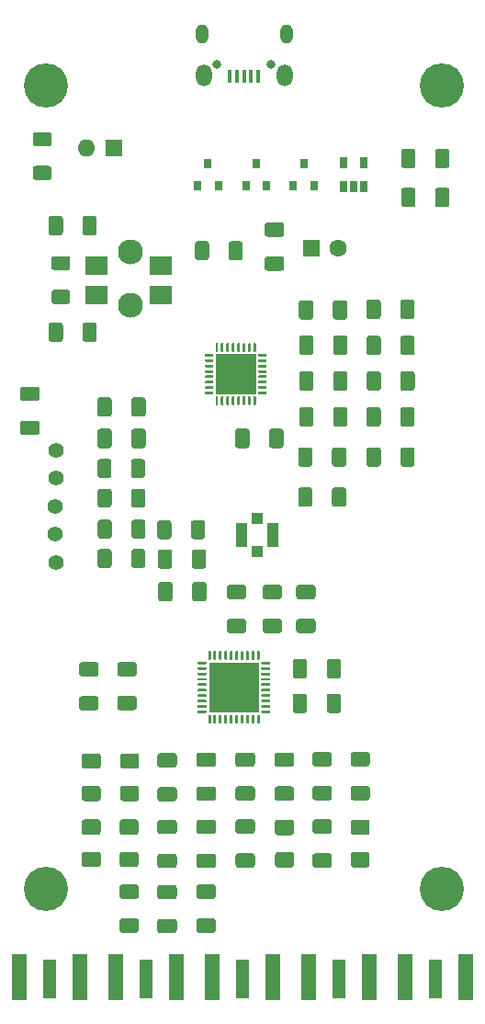
<source format=gbr>
%TF.GenerationSoftware,KiCad,Pcbnew,5.1.8*%
%TF.CreationDate,2020-12-04T12:35:24+08:00*%
%TF.ProjectId,msisdr,6d736973-6472-42e6-9b69-6361645f7063,rev?*%
%TF.SameCoordinates,Original*%
%TF.FileFunction,Soldermask,Top*%
%TF.FilePolarity,Negative*%
%FSLAX46Y46*%
G04 Gerber Fmt 4.6, Leading zero omitted, Abs format (unit mm)*
G04 Created by KiCad (PCBNEW 5.1.8) date 2020-12-04 12:35:24*
%MOMM*%
%LPD*%
G01*
G04 APERTURE LIST*
%ADD10R,1.270000X3.600000*%
%ADD11R,1.350000X4.200000*%
%ADD12R,2.100000X1.700000*%
%ADD13C,2.300000*%
%ADD14R,0.800000X0.900000*%
%ADD15R,0.650000X1.060000*%
%ADD16R,4.600000X4.600000*%
%ADD17R,3.700000X3.700000*%
%ADD18O,0.800000X0.800000*%
%ADD19O,1.150000X1.800000*%
%ADD20O,1.450000X2.000000*%
%ADD21R,0.450000X1.300000*%
%ADD22C,1.400000*%
%ADD23O,1.600000X1.600000*%
%ADD24R,1.600000X1.600000*%
%ADD25C,1.600000*%
%ADD26R,1.000000X1.000000*%
%ADD27R,1.050000X2.200000*%
%ADD28C,4.064000*%
G04 APERTURE END LIST*
D10*
%TO.C,J10*%
X153924000Y-132280000D03*
D11*
X156749000Y-132080000D03*
X151099000Y-132080000D03*
%TD*%
D10*
%TO.C,J8*%
X118364000Y-132280000D03*
D11*
X121189000Y-132080000D03*
X115539000Y-132080000D03*
%TD*%
D12*
%TO.C,Y2*%
X122690000Y-66560000D03*
X128590000Y-66560000D03*
X128590000Y-69260000D03*
X122690000Y-69260000D03*
%TD*%
D13*
%TO.C,Y1*%
X125809000Y-65336000D03*
X125809000Y-70236000D03*
%TD*%
D14*
%TO.C,U4*%
X141800000Y-57200000D03*
X142750000Y-59200000D03*
X140850000Y-59200000D03*
%TD*%
D15*
%TO.C,U3*%
X145450000Y-57100000D03*
X147350000Y-57100000D03*
X147350000Y-59300000D03*
X146400000Y-59300000D03*
X145450000Y-59300000D03*
%TD*%
D16*
%TO.C,U2*%
X135359000Y-105426000D03*
G36*
G01*
X132771500Y-107801000D02*
X132071500Y-107801000D01*
G75*
G02*
X132009000Y-107738500I0J62500D01*
G01*
X132009000Y-107613500D01*
G75*
G02*
X132071500Y-107551000I62500J0D01*
G01*
X132771500Y-107551000D01*
G75*
G02*
X132834000Y-107613500I0J-62500D01*
G01*
X132834000Y-107738500D01*
G75*
G02*
X132771500Y-107801000I-62500J0D01*
G01*
G37*
G36*
G01*
X132771500Y-107301000D02*
X132071500Y-107301000D01*
G75*
G02*
X132009000Y-107238500I0J62500D01*
G01*
X132009000Y-107113500D01*
G75*
G02*
X132071500Y-107051000I62500J0D01*
G01*
X132771500Y-107051000D01*
G75*
G02*
X132834000Y-107113500I0J-62500D01*
G01*
X132834000Y-107238500D01*
G75*
G02*
X132771500Y-107301000I-62500J0D01*
G01*
G37*
G36*
G01*
X132771500Y-106801000D02*
X132071500Y-106801000D01*
G75*
G02*
X132009000Y-106738500I0J62500D01*
G01*
X132009000Y-106613500D01*
G75*
G02*
X132071500Y-106551000I62500J0D01*
G01*
X132771500Y-106551000D01*
G75*
G02*
X132834000Y-106613500I0J-62500D01*
G01*
X132834000Y-106738500D01*
G75*
G02*
X132771500Y-106801000I-62500J0D01*
G01*
G37*
G36*
G01*
X132771500Y-106301000D02*
X132071500Y-106301000D01*
G75*
G02*
X132009000Y-106238500I0J62500D01*
G01*
X132009000Y-106113500D01*
G75*
G02*
X132071500Y-106051000I62500J0D01*
G01*
X132771500Y-106051000D01*
G75*
G02*
X132834000Y-106113500I0J-62500D01*
G01*
X132834000Y-106238500D01*
G75*
G02*
X132771500Y-106301000I-62500J0D01*
G01*
G37*
G36*
G01*
X132771500Y-105801000D02*
X132071500Y-105801000D01*
G75*
G02*
X132009000Y-105738500I0J62500D01*
G01*
X132009000Y-105613500D01*
G75*
G02*
X132071500Y-105551000I62500J0D01*
G01*
X132771500Y-105551000D01*
G75*
G02*
X132834000Y-105613500I0J-62500D01*
G01*
X132834000Y-105738500D01*
G75*
G02*
X132771500Y-105801000I-62500J0D01*
G01*
G37*
G36*
G01*
X132771500Y-105301000D02*
X132071500Y-105301000D01*
G75*
G02*
X132009000Y-105238500I0J62500D01*
G01*
X132009000Y-105113500D01*
G75*
G02*
X132071500Y-105051000I62500J0D01*
G01*
X132771500Y-105051000D01*
G75*
G02*
X132834000Y-105113500I0J-62500D01*
G01*
X132834000Y-105238500D01*
G75*
G02*
X132771500Y-105301000I-62500J0D01*
G01*
G37*
G36*
G01*
X132771500Y-104801000D02*
X132071500Y-104801000D01*
G75*
G02*
X132009000Y-104738500I0J62500D01*
G01*
X132009000Y-104613500D01*
G75*
G02*
X132071500Y-104551000I62500J0D01*
G01*
X132771500Y-104551000D01*
G75*
G02*
X132834000Y-104613500I0J-62500D01*
G01*
X132834000Y-104738500D01*
G75*
G02*
X132771500Y-104801000I-62500J0D01*
G01*
G37*
G36*
G01*
X132771500Y-104301000D02*
X132071500Y-104301000D01*
G75*
G02*
X132009000Y-104238500I0J62500D01*
G01*
X132009000Y-104113500D01*
G75*
G02*
X132071500Y-104051000I62500J0D01*
G01*
X132771500Y-104051000D01*
G75*
G02*
X132834000Y-104113500I0J-62500D01*
G01*
X132834000Y-104238500D01*
G75*
G02*
X132771500Y-104301000I-62500J0D01*
G01*
G37*
G36*
G01*
X132771500Y-103801000D02*
X132071500Y-103801000D01*
G75*
G02*
X132009000Y-103738500I0J62500D01*
G01*
X132009000Y-103613500D01*
G75*
G02*
X132071500Y-103551000I62500J0D01*
G01*
X132771500Y-103551000D01*
G75*
G02*
X132834000Y-103613500I0J-62500D01*
G01*
X132834000Y-103738500D01*
G75*
G02*
X132771500Y-103801000I-62500J0D01*
G01*
G37*
G36*
G01*
X132771500Y-103301000D02*
X132071500Y-103301000D01*
G75*
G02*
X132009000Y-103238500I0J62500D01*
G01*
X132009000Y-103113500D01*
G75*
G02*
X132071500Y-103051000I62500J0D01*
G01*
X132771500Y-103051000D01*
G75*
G02*
X132834000Y-103113500I0J-62500D01*
G01*
X132834000Y-103238500D01*
G75*
G02*
X132771500Y-103301000I-62500J0D01*
G01*
G37*
G36*
G01*
X133171500Y-102901000D02*
X133046500Y-102901000D01*
G75*
G02*
X132984000Y-102838500I0J62500D01*
G01*
X132984000Y-102138500D01*
G75*
G02*
X133046500Y-102076000I62500J0D01*
G01*
X133171500Y-102076000D01*
G75*
G02*
X133234000Y-102138500I0J-62500D01*
G01*
X133234000Y-102838500D01*
G75*
G02*
X133171500Y-102901000I-62500J0D01*
G01*
G37*
G36*
G01*
X133671500Y-102901000D02*
X133546500Y-102901000D01*
G75*
G02*
X133484000Y-102838500I0J62500D01*
G01*
X133484000Y-102138500D01*
G75*
G02*
X133546500Y-102076000I62500J0D01*
G01*
X133671500Y-102076000D01*
G75*
G02*
X133734000Y-102138500I0J-62500D01*
G01*
X133734000Y-102838500D01*
G75*
G02*
X133671500Y-102901000I-62500J0D01*
G01*
G37*
G36*
G01*
X134171500Y-102901000D02*
X134046500Y-102901000D01*
G75*
G02*
X133984000Y-102838500I0J62500D01*
G01*
X133984000Y-102138500D01*
G75*
G02*
X134046500Y-102076000I62500J0D01*
G01*
X134171500Y-102076000D01*
G75*
G02*
X134234000Y-102138500I0J-62500D01*
G01*
X134234000Y-102838500D01*
G75*
G02*
X134171500Y-102901000I-62500J0D01*
G01*
G37*
G36*
G01*
X134671500Y-102901000D02*
X134546500Y-102901000D01*
G75*
G02*
X134484000Y-102838500I0J62500D01*
G01*
X134484000Y-102138500D01*
G75*
G02*
X134546500Y-102076000I62500J0D01*
G01*
X134671500Y-102076000D01*
G75*
G02*
X134734000Y-102138500I0J-62500D01*
G01*
X134734000Y-102838500D01*
G75*
G02*
X134671500Y-102901000I-62500J0D01*
G01*
G37*
G36*
G01*
X135171500Y-102901000D02*
X135046500Y-102901000D01*
G75*
G02*
X134984000Y-102838500I0J62500D01*
G01*
X134984000Y-102138500D01*
G75*
G02*
X135046500Y-102076000I62500J0D01*
G01*
X135171500Y-102076000D01*
G75*
G02*
X135234000Y-102138500I0J-62500D01*
G01*
X135234000Y-102838500D01*
G75*
G02*
X135171500Y-102901000I-62500J0D01*
G01*
G37*
G36*
G01*
X135671500Y-102901000D02*
X135546500Y-102901000D01*
G75*
G02*
X135484000Y-102838500I0J62500D01*
G01*
X135484000Y-102138500D01*
G75*
G02*
X135546500Y-102076000I62500J0D01*
G01*
X135671500Y-102076000D01*
G75*
G02*
X135734000Y-102138500I0J-62500D01*
G01*
X135734000Y-102838500D01*
G75*
G02*
X135671500Y-102901000I-62500J0D01*
G01*
G37*
G36*
G01*
X136171500Y-102901000D02*
X136046500Y-102901000D01*
G75*
G02*
X135984000Y-102838500I0J62500D01*
G01*
X135984000Y-102138500D01*
G75*
G02*
X136046500Y-102076000I62500J0D01*
G01*
X136171500Y-102076000D01*
G75*
G02*
X136234000Y-102138500I0J-62500D01*
G01*
X136234000Y-102838500D01*
G75*
G02*
X136171500Y-102901000I-62500J0D01*
G01*
G37*
G36*
G01*
X136671500Y-102901000D02*
X136546500Y-102901000D01*
G75*
G02*
X136484000Y-102838500I0J62500D01*
G01*
X136484000Y-102138500D01*
G75*
G02*
X136546500Y-102076000I62500J0D01*
G01*
X136671500Y-102076000D01*
G75*
G02*
X136734000Y-102138500I0J-62500D01*
G01*
X136734000Y-102838500D01*
G75*
G02*
X136671500Y-102901000I-62500J0D01*
G01*
G37*
G36*
G01*
X137171500Y-102901000D02*
X137046500Y-102901000D01*
G75*
G02*
X136984000Y-102838500I0J62500D01*
G01*
X136984000Y-102138500D01*
G75*
G02*
X137046500Y-102076000I62500J0D01*
G01*
X137171500Y-102076000D01*
G75*
G02*
X137234000Y-102138500I0J-62500D01*
G01*
X137234000Y-102838500D01*
G75*
G02*
X137171500Y-102901000I-62500J0D01*
G01*
G37*
G36*
G01*
X137671500Y-102901000D02*
X137546500Y-102901000D01*
G75*
G02*
X137484000Y-102838500I0J62500D01*
G01*
X137484000Y-102138500D01*
G75*
G02*
X137546500Y-102076000I62500J0D01*
G01*
X137671500Y-102076000D01*
G75*
G02*
X137734000Y-102138500I0J-62500D01*
G01*
X137734000Y-102838500D01*
G75*
G02*
X137671500Y-102901000I-62500J0D01*
G01*
G37*
G36*
G01*
X138646500Y-103301000D02*
X137946500Y-103301000D01*
G75*
G02*
X137884000Y-103238500I0J62500D01*
G01*
X137884000Y-103113500D01*
G75*
G02*
X137946500Y-103051000I62500J0D01*
G01*
X138646500Y-103051000D01*
G75*
G02*
X138709000Y-103113500I0J-62500D01*
G01*
X138709000Y-103238500D01*
G75*
G02*
X138646500Y-103301000I-62500J0D01*
G01*
G37*
G36*
G01*
X138646500Y-103801000D02*
X137946500Y-103801000D01*
G75*
G02*
X137884000Y-103738500I0J62500D01*
G01*
X137884000Y-103613500D01*
G75*
G02*
X137946500Y-103551000I62500J0D01*
G01*
X138646500Y-103551000D01*
G75*
G02*
X138709000Y-103613500I0J-62500D01*
G01*
X138709000Y-103738500D01*
G75*
G02*
X138646500Y-103801000I-62500J0D01*
G01*
G37*
G36*
G01*
X138646500Y-104301000D02*
X137946500Y-104301000D01*
G75*
G02*
X137884000Y-104238500I0J62500D01*
G01*
X137884000Y-104113500D01*
G75*
G02*
X137946500Y-104051000I62500J0D01*
G01*
X138646500Y-104051000D01*
G75*
G02*
X138709000Y-104113500I0J-62500D01*
G01*
X138709000Y-104238500D01*
G75*
G02*
X138646500Y-104301000I-62500J0D01*
G01*
G37*
G36*
G01*
X138646500Y-104801000D02*
X137946500Y-104801000D01*
G75*
G02*
X137884000Y-104738500I0J62500D01*
G01*
X137884000Y-104613500D01*
G75*
G02*
X137946500Y-104551000I62500J0D01*
G01*
X138646500Y-104551000D01*
G75*
G02*
X138709000Y-104613500I0J-62500D01*
G01*
X138709000Y-104738500D01*
G75*
G02*
X138646500Y-104801000I-62500J0D01*
G01*
G37*
G36*
G01*
X138646500Y-105301000D02*
X137946500Y-105301000D01*
G75*
G02*
X137884000Y-105238500I0J62500D01*
G01*
X137884000Y-105113500D01*
G75*
G02*
X137946500Y-105051000I62500J0D01*
G01*
X138646500Y-105051000D01*
G75*
G02*
X138709000Y-105113500I0J-62500D01*
G01*
X138709000Y-105238500D01*
G75*
G02*
X138646500Y-105301000I-62500J0D01*
G01*
G37*
G36*
G01*
X138646500Y-105801000D02*
X137946500Y-105801000D01*
G75*
G02*
X137884000Y-105738500I0J62500D01*
G01*
X137884000Y-105613500D01*
G75*
G02*
X137946500Y-105551000I62500J0D01*
G01*
X138646500Y-105551000D01*
G75*
G02*
X138709000Y-105613500I0J-62500D01*
G01*
X138709000Y-105738500D01*
G75*
G02*
X138646500Y-105801000I-62500J0D01*
G01*
G37*
G36*
G01*
X138646500Y-106301000D02*
X137946500Y-106301000D01*
G75*
G02*
X137884000Y-106238500I0J62500D01*
G01*
X137884000Y-106113500D01*
G75*
G02*
X137946500Y-106051000I62500J0D01*
G01*
X138646500Y-106051000D01*
G75*
G02*
X138709000Y-106113500I0J-62500D01*
G01*
X138709000Y-106238500D01*
G75*
G02*
X138646500Y-106301000I-62500J0D01*
G01*
G37*
G36*
G01*
X138646500Y-106801000D02*
X137946500Y-106801000D01*
G75*
G02*
X137884000Y-106738500I0J62500D01*
G01*
X137884000Y-106613500D01*
G75*
G02*
X137946500Y-106551000I62500J0D01*
G01*
X138646500Y-106551000D01*
G75*
G02*
X138709000Y-106613500I0J-62500D01*
G01*
X138709000Y-106738500D01*
G75*
G02*
X138646500Y-106801000I-62500J0D01*
G01*
G37*
G36*
G01*
X138646500Y-107301000D02*
X137946500Y-107301000D01*
G75*
G02*
X137884000Y-107238500I0J62500D01*
G01*
X137884000Y-107113500D01*
G75*
G02*
X137946500Y-107051000I62500J0D01*
G01*
X138646500Y-107051000D01*
G75*
G02*
X138709000Y-107113500I0J-62500D01*
G01*
X138709000Y-107238500D01*
G75*
G02*
X138646500Y-107301000I-62500J0D01*
G01*
G37*
G36*
G01*
X138646500Y-107801000D02*
X137946500Y-107801000D01*
G75*
G02*
X137884000Y-107738500I0J62500D01*
G01*
X137884000Y-107613500D01*
G75*
G02*
X137946500Y-107551000I62500J0D01*
G01*
X138646500Y-107551000D01*
G75*
G02*
X138709000Y-107613500I0J-62500D01*
G01*
X138709000Y-107738500D01*
G75*
G02*
X138646500Y-107801000I-62500J0D01*
G01*
G37*
G36*
G01*
X137671500Y-108776000D02*
X137546500Y-108776000D01*
G75*
G02*
X137484000Y-108713500I0J62500D01*
G01*
X137484000Y-108013500D01*
G75*
G02*
X137546500Y-107951000I62500J0D01*
G01*
X137671500Y-107951000D01*
G75*
G02*
X137734000Y-108013500I0J-62500D01*
G01*
X137734000Y-108713500D01*
G75*
G02*
X137671500Y-108776000I-62500J0D01*
G01*
G37*
G36*
G01*
X137171500Y-108776000D02*
X137046500Y-108776000D01*
G75*
G02*
X136984000Y-108713500I0J62500D01*
G01*
X136984000Y-108013500D01*
G75*
G02*
X137046500Y-107951000I62500J0D01*
G01*
X137171500Y-107951000D01*
G75*
G02*
X137234000Y-108013500I0J-62500D01*
G01*
X137234000Y-108713500D01*
G75*
G02*
X137171500Y-108776000I-62500J0D01*
G01*
G37*
G36*
G01*
X136671500Y-108776000D02*
X136546500Y-108776000D01*
G75*
G02*
X136484000Y-108713500I0J62500D01*
G01*
X136484000Y-108013500D01*
G75*
G02*
X136546500Y-107951000I62500J0D01*
G01*
X136671500Y-107951000D01*
G75*
G02*
X136734000Y-108013500I0J-62500D01*
G01*
X136734000Y-108713500D01*
G75*
G02*
X136671500Y-108776000I-62500J0D01*
G01*
G37*
G36*
G01*
X136171500Y-108776000D02*
X136046500Y-108776000D01*
G75*
G02*
X135984000Y-108713500I0J62500D01*
G01*
X135984000Y-108013500D01*
G75*
G02*
X136046500Y-107951000I62500J0D01*
G01*
X136171500Y-107951000D01*
G75*
G02*
X136234000Y-108013500I0J-62500D01*
G01*
X136234000Y-108713500D01*
G75*
G02*
X136171500Y-108776000I-62500J0D01*
G01*
G37*
G36*
G01*
X135671500Y-108776000D02*
X135546500Y-108776000D01*
G75*
G02*
X135484000Y-108713500I0J62500D01*
G01*
X135484000Y-108013500D01*
G75*
G02*
X135546500Y-107951000I62500J0D01*
G01*
X135671500Y-107951000D01*
G75*
G02*
X135734000Y-108013500I0J-62500D01*
G01*
X135734000Y-108713500D01*
G75*
G02*
X135671500Y-108776000I-62500J0D01*
G01*
G37*
G36*
G01*
X135171500Y-108776000D02*
X135046500Y-108776000D01*
G75*
G02*
X134984000Y-108713500I0J62500D01*
G01*
X134984000Y-108013500D01*
G75*
G02*
X135046500Y-107951000I62500J0D01*
G01*
X135171500Y-107951000D01*
G75*
G02*
X135234000Y-108013500I0J-62500D01*
G01*
X135234000Y-108713500D01*
G75*
G02*
X135171500Y-108776000I-62500J0D01*
G01*
G37*
G36*
G01*
X134671500Y-108776000D02*
X134546500Y-108776000D01*
G75*
G02*
X134484000Y-108713500I0J62500D01*
G01*
X134484000Y-108013500D01*
G75*
G02*
X134546500Y-107951000I62500J0D01*
G01*
X134671500Y-107951000D01*
G75*
G02*
X134734000Y-108013500I0J-62500D01*
G01*
X134734000Y-108713500D01*
G75*
G02*
X134671500Y-108776000I-62500J0D01*
G01*
G37*
G36*
G01*
X134171500Y-108776000D02*
X134046500Y-108776000D01*
G75*
G02*
X133984000Y-108713500I0J62500D01*
G01*
X133984000Y-108013500D01*
G75*
G02*
X134046500Y-107951000I62500J0D01*
G01*
X134171500Y-107951000D01*
G75*
G02*
X134234000Y-108013500I0J-62500D01*
G01*
X134234000Y-108713500D01*
G75*
G02*
X134171500Y-108776000I-62500J0D01*
G01*
G37*
G36*
G01*
X133671500Y-108776000D02*
X133546500Y-108776000D01*
G75*
G02*
X133484000Y-108713500I0J62500D01*
G01*
X133484000Y-108013500D01*
G75*
G02*
X133546500Y-107951000I62500J0D01*
G01*
X133671500Y-107951000D01*
G75*
G02*
X133734000Y-108013500I0J-62500D01*
G01*
X133734000Y-108713500D01*
G75*
G02*
X133671500Y-108776000I-62500J0D01*
G01*
G37*
G36*
G01*
X133171500Y-108776000D02*
X133046500Y-108776000D01*
G75*
G02*
X132984000Y-108713500I0J62500D01*
G01*
X132984000Y-108013500D01*
G75*
G02*
X133046500Y-107951000I62500J0D01*
G01*
X133171500Y-107951000D01*
G75*
G02*
X133234000Y-108013500I0J-62500D01*
G01*
X133234000Y-108713500D01*
G75*
G02*
X133171500Y-108776000I-62500J0D01*
G01*
G37*
%TD*%
D17*
%TO.C,U1*%
X135529000Y-76566000D03*
G36*
G01*
X133416500Y-78441000D02*
X132741500Y-78441000D01*
G75*
G02*
X132679000Y-78378500I0J62500D01*
G01*
X132679000Y-78253500D01*
G75*
G02*
X132741500Y-78191000I62500J0D01*
G01*
X133416500Y-78191000D01*
G75*
G02*
X133479000Y-78253500I0J-62500D01*
G01*
X133479000Y-78378500D01*
G75*
G02*
X133416500Y-78441000I-62500J0D01*
G01*
G37*
G36*
G01*
X133416500Y-77941000D02*
X132741500Y-77941000D01*
G75*
G02*
X132679000Y-77878500I0J62500D01*
G01*
X132679000Y-77753500D01*
G75*
G02*
X132741500Y-77691000I62500J0D01*
G01*
X133416500Y-77691000D01*
G75*
G02*
X133479000Y-77753500I0J-62500D01*
G01*
X133479000Y-77878500D01*
G75*
G02*
X133416500Y-77941000I-62500J0D01*
G01*
G37*
G36*
G01*
X133416500Y-77441000D02*
X132741500Y-77441000D01*
G75*
G02*
X132679000Y-77378500I0J62500D01*
G01*
X132679000Y-77253500D01*
G75*
G02*
X132741500Y-77191000I62500J0D01*
G01*
X133416500Y-77191000D01*
G75*
G02*
X133479000Y-77253500I0J-62500D01*
G01*
X133479000Y-77378500D01*
G75*
G02*
X133416500Y-77441000I-62500J0D01*
G01*
G37*
G36*
G01*
X133416500Y-76941000D02*
X132741500Y-76941000D01*
G75*
G02*
X132679000Y-76878500I0J62500D01*
G01*
X132679000Y-76753500D01*
G75*
G02*
X132741500Y-76691000I62500J0D01*
G01*
X133416500Y-76691000D01*
G75*
G02*
X133479000Y-76753500I0J-62500D01*
G01*
X133479000Y-76878500D01*
G75*
G02*
X133416500Y-76941000I-62500J0D01*
G01*
G37*
G36*
G01*
X133416500Y-76441000D02*
X132741500Y-76441000D01*
G75*
G02*
X132679000Y-76378500I0J62500D01*
G01*
X132679000Y-76253500D01*
G75*
G02*
X132741500Y-76191000I62500J0D01*
G01*
X133416500Y-76191000D01*
G75*
G02*
X133479000Y-76253500I0J-62500D01*
G01*
X133479000Y-76378500D01*
G75*
G02*
X133416500Y-76441000I-62500J0D01*
G01*
G37*
G36*
G01*
X133416500Y-75941000D02*
X132741500Y-75941000D01*
G75*
G02*
X132679000Y-75878500I0J62500D01*
G01*
X132679000Y-75753500D01*
G75*
G02*
X132741500Y-75691000I62500J0D01*
G01*
X133416500Y-75691000D01*
G75*
G02*
X133479000Y-75753500I0J-62500D01*
G01*
X133479000Y-75878500D01*
G75*
G02*
X133416500Y-75941000I-62500J0D01*
G01*
G37*
G36*
G01*
X133416500Y-75441000D02*
X132741500Y-75441000D01*
G75*
G02*
X132679000Y-75378500I0J62500D01*
G01*
X132679000Y-75253500D01*
G75*
G02*
X132741500Y-75191000I62500J0D01*
G01*
X133416500Y-75191000D01*
G75*
G02*
X133479000Y-75253500I0J-62500D01*
G01*
X133479000Y-75378500D01*
G75*
G02*
X133416500Y-75441000I-62500J0D01*
G01*
G37*
G36*
G01*
X133416500Y-74941000D02*
X132741500Y-74941000D01*
G75*
G02*
X132679000Y-74878500I0J62500D01*
G01*
X132679000Y-74753500D01*
G75*
G02*
X132741500Y-74691000I62500J0D01*
G01*
X133416500Y-74691000D01*
G75*
G02*
X133479000Y-74753500I0J-62500D01*
G01*
X133479000Y-74878500D01*
G75*
G02*
X133416500Y-74941000I-62500J0D01*
G01*
G37*
G36*
G01*
X133841500Y-74516000D02*
X133716500Y-74516000D01*
G75*
G02*
X133654000Y-74453500I0J62500D01*
G01*
X133654000Y-73778500D01*
G75*
G02*
X133716500Y-73716000I62500J0D01*
G01*
X133841500Y-73716000D01*
G75*
G02*
X133904000Y-73778500I0J-62500D01*
G01*
X133904000Y-74453500D01*
G75*
G02*
X133841500Y-74516000I-62500J0D01*
G01*
G37*
G36*
G01*
X134341500Y-74516000D02*
X134216500Y-74516000D01*
G75*
G02*
X134154000Y-74453500I0J62500D01*
G01*
X134154000Y-73778500D01*
G75*
G02*
X134216500Y-73716000I62500J0D01*
G01*
X134341500Y-73716000D01*
G75*
G02*
X134404000Y-73778500I0J-62500D01*
G01*
X134404000Y-74453500D01*
G75*
G02*
X134341500Y-74516000I-62500J0D01*
G01*
G37*
G36*
G01*
X134841500Y-74516000D02*
X134716500Y-74516000D01*
G75*
G02*
X134654000Y-74453500I0J62500D01*
G01*
X134654000Y-73778500D01*
G75*
G02*
X134716500Y-73716000I62500J0D01*
G01*
X134841500Y-73716000D01*
G75*
G02*
X134904000Y-73778500I0J-62500D01*
G01*
X134904000Y-74453500D01*
G75*
G02*
X134841500Y-74516000I-62500J0D01*
G01*
G37*
G36*
G01*
X135341500Y-74516000D02*
X135216500Y-74516000D01*
G75*
G02*
X135154000Y-74453500I0J62500D01*
G01*
X135154000Y-73778500D01*
G75*
G02*
X135216500Y-73716000I62500J0D01*
G01*
X135341500Y-73716000D01*
G75*
G02*
X135404000Y-73778500I0J-62500D01*
G01*
X135404000Y-74453500D01*
G75*
G02*
X135341500Y-74516000I-62500J0D01*
G01*
G37*
G36*
G01*
X135841500Y-74516000D02*
X135716500Y-74516000D01*
G75*
G02*
X135654000Y-74453500I0J62500D01*
G01*
X135654000Y-73778500D01*
G75*
G02*
X135716500Y-73716000I62500J0D01*
G01*
X135841500Y-73716000D01*
G75*
G02*
X135904000Y-73778500I0J-62500D01*
G01*
X135904000Y-74453500D01*
G75*
G02*
X135841500Y-74516000I-62500J0D01*
G01*
G37*
G36*
G01*
X136341500Y-74516000D02*
X136216500Y-74516000D01*
G75*
G02*
X136154000Y-74453500I0J62500D01*
G01*
X136154000Y-73778500D01*
G75*
G02*
X136216500Y-73716000I62500J0D01*
G01*
X136341500Y-73716000D01*
G75*
G02*
X136404000Y-73778500I0J-62500D01*
G01*
X136404000Y-74453500D01*
G75*
G02*
X136341500Y-74516000I-62500J0D01*
G01*
G37*
G36*
G01*
X136841500Y-74516000D02*
X136716500Y-74516000D01*
G75*
G02*
X136654000Y-74453500I0J62500D01*
G01*
X136654000Y-73778500D01*
G75*
G02*
X136716500Y-73716000I62500J0D01*
G01*
X136841500Y-73716000D01*
G75*
G02*
X136904000Y-73778500I0J-62500D01*
G01*
X136904000Y-74453500D01*
G75*
G02*
X136841500Y-74516000I-62500J0D01*
G01*
G37*
G36*
G01*
X137341500Y-74516000D02*
X137216500Y-74516000D01*
G75*
G02*
X137154000Y-74453500I0J62500D01*
G01*
X137154000Y-73778500D01*
G75*
G02*
X137216500Y-73716000I62500J0D01*
G01*
X137341500Y-73716000D01*
G75*
G02*
X137404000Y-73778500I0J-62500D01*
G01*
X137404000Y-74453500D01*
G75*
G02*
X137341500Y-74516000I-62500J0D01*
G01*
G37*
G36*
G01*
X138316500Y-74941000D02*
X137641500Y-74941000D01*
G75*
G02*
X137579000Y-74878500I0J62500D01*
G01*
X137579000Y-74753500D01*
G75*
G02*
X137641500Y-74691000I62500J0D01*
G01*
X138316500Y-74691000D01*
G75*
G02*
X138379000Y-74753500I0J-62500D01*
G01*
X138379000Y-74878500D01*
G75*
G02*
X138316500Y-74941000I-62500J0D01*
G01*
G37*
G36*
G01*
X138316500Y-75441000D02*
X137641500Y-75441000D01*
G75*
G02*
X137579000Y-75378500I0J62500D01*
G01*
X137579000Y-75253500D01*
G75*
G02*
X137641500Y-75191000I62500J0D01*
G01*
X138316500Y-75191000D01*
G75*
G02*
X138379000Y-75253500I0J-62500D01*
G01*
X138379000Y-75378500D01*
G75*
G02*
X138316500Y-75441000I-62500J0D01*
G01*
G37*
G36*
G01*
X138316500Y-75941000D02*
X137641500Y-75941000D01*
G75*
G02*
X137579000Y-75878500I0J62500D01*
G01*
X137579000Y-75753500D01*
G75*
G02*
X137641500Y-75691000I62500J0D01*
G01*
X138316500Y-75691000D01*
G75*
G02*
X138379000Y-75753500I0J-62500D01*
G01*
X138379000Y-75878500D01*
G75*
G02*
X138316500Y-75941000I-62500J0D01*
G01*
G37*
G36*
G01*
X138316500Y-76441000D02*
X137641500Y-76441000D01*
G75*
G02*
X137579000Y-76378500I0J62500D01*
G01*
X137579000Y-76253500D01*
G75*
G02*
X137641500Y-76191000I62500J0D01*
G01*
X138316500Y-76191000D01*
G75*
G02*
X138379000Y-76253500I0J-62500D01*
G01*
X138379000Y-76378500D01*
G75*
G02*
X138316500Y-76441000I-62500J0D01*
G01*
G37*
G36*
G01*
X138316500Y-76941000D02*
X137641500Y-76941000D01*
G75*
G02*
X137579000Y-76878500I0J62500D01*
G01*
X137579000Y-76753500D01*
G75*
G02*
X137641500Y-76691000I62500J0D01*
G01*
X138316500Y-76691000D01*
G75*
G02*
X138379000Y-76753500I0J-62500D01*
G01*
X138379000Y-76878500D01*
G75*
G02*
X138316500Y-76941000I-62500J0D01*
G01*
G37*
G36*
G01*
X138316500Y-77441000D02*
X137641500Y-77441000D01*
G75*
G02*
X137579000Y-77378500I0J62500D01*
G01*
X137579000Y-77253500D01*
G75*
G02*
X137641500Y-77191000I62500J0D01*
G01*
X138316500Y-77191000D01*
G75*
G02*
X138379000Y-77253500I0J-62500D01*
G01*
X138379000Y-77378500D01*
G75*
G02*
X138316500Y-77441000I-62500J0D01*
G01*
G37*
G36*
G01*
X138316500Y-77941000D02*
X137641500Y-77941000D01*
G75*
G02*
X137579000Y-77878500I0J62500D01*
G01*
X137579000Y-77753500D01*
G75*
G02*
X137641500Y-77691000I62500J0D01*
G01*
X138316500Y-77691000D01*
G75*
G02*
X138379000Y-77753500I0J-62500D01*
G01*
X138379000Y-77878500D01*
G75*
G02*
X138316500Y-77941000I-62500J0D01*
G01*
G37*
G36*
G01*
X138316500Y-78441000D02*
X137641500Y-78441000D01*
G75*
G02*
X137579000Y-78378500I0J62500D01*
G01*
X137579000Y-78253500D01*
G75*
G02*
X137641500Y-78191000I62500J0D01*
G01*
X138316500Y-78191000D01*
G75*
G02*
X138379000Y-78253500I0J-62500D01*
G01*
X138379000Y-78378500D01*
G75*
G02*
X138316500Y-78441000I-62500J0D01*
G01*
G37*
G36*
G01*
X137341500Y-79416000D02*
X137216500Y-79416000D01*
G75*
G02*
X137154000Y-79353500I0J62500D01*
G01*
X137154000Y-78678500D01*
G75*
G02*
X137216500Y-78616000I62500J0D01*
G01*
X137341500Y-78616000D01*
G75*
G02*
X137404000Y-78678500I0J-62500D01*
G01*
X137404000Y-79353500D01*
G75*
G02*
X137341500Y-79416000I-62500J0D01*
G01*
G37*
G36*
G01*
X136841500Y-79416000D02*
X136716500Y-79416000D01*
G75*
G02*
X136654000Y-79353500I0J62500D01*
G01*
X136654000Y-78678500D01*
G75*
G02*
X136716500Y-78616000I62500J0D01*
G01*
X136841500Y-78616000D01*
G75*
G02*
X136904000Y-78678500I0J-62500D01*
G01*
X136904000Y-79353500D01*
G75*
G02*
X136841500Y-79416000I-62500J0D01*
G01*
G37*
G36*
G01*
X136341500Y-79416000D02*
X136216500Y-79416000D01*
G75*
G02*
X136154000Y-79353500I0J62500D01*
G01*
X136154000Y-78678500D01*
G75*
G02*
X136216500Y-78616000I62500J0D01*
G01*
X136341500Y-78616000D01*
G75*
G02*
X136404000Y-78678500I0J-62500D01*
G01*
X136404000Y-79353500D01*
G75*
G02*
X136341500Y-79416000I-62500J0D01*
G01*
G37*
G36*
G01*
X135841500Y-79416000D02*
X135716500Y-79416000D01*
G75*
G02*
X135654000Y-79353500I0J62500D01*
G01*
X135654000Y-78678500D01*
G75*
G02*
X135716500Y-78616000I62500J0D01*
G01*
X135841500Y-78616000D01*
G75*
G02*
X135904000Y-78678500I0J-62500D01*
G01*
X135904000Y-79353500D01*
G75*
G02*
X135841500Y-79416000I-62500J0D01*
G01*
G37*
G36*
G01*
X135341500Y-79416000D02*
X135216500Y-79416000D01*
G75*
G02*
X135154000Y-79353500I0J62500D01*
G01*
X135154000Y-78678500D01*
G75*
G02*
X135216500Y-78616000I62500J0D01*
G01*
X135341500Y-78616000D01*
G75*
G02*
X135404000Y-78678500I0J-62500D01*
G01*
X135404000Y-79353500D01*
G75*
G02*
X135341500Y-79416000I-62500J0D01*
G01*
G37*
G36*
G01*
X134841500Y-79416000D02*
X134716500Y-79416000D01*
G75*
G02*
X134654000Y-79353500I0J62500D01*
G01*
X134654000Y-78678500D01*
G75*
G02*
X134716500Y-78616000I62500J0D01*
G01*
X134841500Y-78616000D01*
G75*
G02*
X134904000Y-78678500I0J-62500D01*
G01*
X134904000Y-79353500D01*
G75*
G02*
X134841500Y-79416000I-62500J0D01*
G01*
G37*
G36*
G01*
X134341500Y-79416000D02*
X134216500Y-79416000D01*
G75*
G02*
X134154000Y-79353500I0J62500D01*
G01*
X134154000Y-78678500D01*
G75*
G02*
X134216500Y-78616000I62500J0D01*
G01*
X134341500Y-78616000D01*
G75*
G02*
X134404000Y-78678500I0J-62500D01*
G01*
X134404000Y-79353500D01*
G75*
G02*
X134341500Y-79416000I-62500J0D01*
G01*
G37*
G36*
G01*
X133841500Y-79416000D02*
X133716500Y-79416000D01*
G75*
G02*
X133654000Y-79353500I0J62500D01*
G01*
X133654000Y-78678500D01*
G75*
G02*
X133716500Y-78616000I62500J0D01*
G01*
X133841500Y-78616000D01*
G75*
G02*
X133904000Y-78678500I0J-62500D01*
G01*
X133904000Y-79353500D01*
G75*
G02*
X133841500Y-79416000I-62500J0D01*
G01*
G37*
%TD*%
%TO.C,R8*%
G36*
G01*
X125890000Y-94175000D02*
X125890000Y-92925000D01*
G75*
G02*
X126140000Y-92675000I250000J0D01*
G01*
X126940000Y-92675000D01*
G75*
G02*
X127190000Y-92925000I0J-250000D01*
G01*
X127190000Y-94175000D01*
G75*
G02*
X126940000Y-94425000I-250000J0D01*
G01*
X126140000Y-94425000D01*
G75*
G02*
X125890000Y-94175000I0J250000D01*
G01*
G37*
G36*
G01*
X122790000Y-94175000D02*
X122790000Y-92925000D01*
G75*
G02*
X123040000Y-92675000I250000J0D01*
G01*
X123840000Y-92675000D01*
G75*
G02*
X124090000Y-92925000I0J-250000D01*
G01*
X124090000Y-94175000D01*
G75*
G02*
X123840000Y-94425000I-250000J0D01*
G01*
X123040000Y-94425000D01*
G75*
G02*
X122790000Y-94175000I0J250000D01*
G01*
G37*
%TD*%
%TO.C,R7*%
G36*
G01*
X125910000Y-91475000D02*
X125910000Y-90225000D01*
G75*
G02*
X126160000Y-89975000I250000J0D01*
G01*
X126960000Y-89975000D01*
G75*
G02*
X127210000Y-90225000I0J-250000D01*
G01*
X127210000Y-91475000D01*
G75*
G02*
X126960000Y-91725000I-250000J0D01*
G01*
X126160000Y-91725000D01*
G75*
G02*
X125910000Y-91475000I0J250000D01*
G01*
G37*
G36*
G01*
X122810000Y-91475000D02*
X122810000Y-90225000D01*
G75*
G02*
X123060000Y-89975000I250000J0D01*
G01*
X123860000Y-89975000D01*
G75*
G02*
X124110000Y-90225000I0J-250000D01*
G01*
X124110000Y-91475000D01*
G75*
G02*
X123860000Y-91725000I-250000J0D01*
G01*
X123060000Y-91725000D01*
G75*
G02*
X122810000Y-91475000I0J250000D01*
G01*
G37*
%TD*%
%TO.C,R6*%
G36*
G01*
X125890000Y-88615000D02*
X125890000Y-87365000D01*
G75*
G02*
X126140000Y-87115000I250000J0D01*
G01*
X126940000Y-87115000D01*
G75*
G02*
X127190000Y-87365000I0J-250000D01*
G01*
X127190000Y-88615000D01*
G75*
G02*
X126940000Y-88865000I-250000J0D01*
G01*
X126140000Y-88865000D01*
G75*
G02*
X125890000Y-88615000I0J250000D01*
G01*
G37*
G36*
G01*
X122790000Y-88615000D02*
X122790000Y-87365000D01*
G75*
G02*
X123040000Y-87115000I250000J0D01*
G01*
X123840000Y-87115000D01*
G75*
G02*
X124090000Y-87365000I0J-250000D01*
G01*
X124090000Y-88615000D01*
G75*
G02*
X123840000Y-88865000I-250000J0D01*
G01*
X123040000Y-88865000D01*
G75*
G02*
X122790000Y-88615000I0J250000D01*
G01*
G37*
%TD*%
%TO.C,R5*%
G36*
G01*
X125870000Y-85885000D02*
X125870000Y-84635000D01*
G75*
G02*
X126120000Y-84385000I250000J0D01*
G01*
X126920000Y-84385000D01*
G75*
G02*
X127170000Y-84635000I0J-250000D01*
G01*
X127170000Y-85885000D01*
G75*
G02*
X126920000Y-86135000I-250000J0D01*
G01*
X126120000Y-86135000D01*
G75*
G02*
X125870000Y-85885000I0J250000D01*
G01*
G37*
G36*
G01*
X122770000Y-85885000D02*
X122770000Y-84635000D01*
G75*
G02*
X123020000Y-84385000I250000J0D01*
G01*
X123820000Y-84385000D01*
G75*
G02*
X124070000Y-84635000I0J-250000D01*
G01*
X124070000Y-85885000D01*
G75*
G02*
X123820000Y-86135000I-250000J0D01*
G01*
X123020000Y-86135000D01*
G75*
G02*
X122770000Y-85885000I0J250000D01*
G01*
G37*
%TD*%
%TO.C,R4*%
G36*
G01*
X118775000Y-68800000D02*
X120025000Y-68800000D01*
G75*
G02*
X120275000Y-69050000I0J-250000D01*
G01*
X120275000Y-69850000D01*
G75*
G02*
X120025000Y-70100000I-250000J0D01*
G01*
X118775000Y-70100000D01*
G75*
G02*
X118525000Y-69850000I0J250000D01*
G01*
X118525000Y-69050000D01*
G75*
G02*
X118775000Y-68800000I250000J0D01*
G01*
G37*
G36*
G01*
X118775000Y-65700000D02*
X120025000Y-65700000D01*
G75*
G02*
X120275000Y-65950000I0J-250000D01*
G01*
X120275000Y-66750000D01*
G75*
G02*
X120025000Y-67000000I-250000J0D01*
G01*
X118775000Y-67000000D01*
G75*
G02*
X118525000Y-66750000I0J250000D01*
G01*
X118525000Y-65950000D01*
G75*
G02*
X118775000Y-65700000I250000J0D01*
G01*
G37*
%TD*%
%TO.C,R3*%
G36*
G01*
X118315000Y-55590000D02*
X117065000Y-55590000D01*
G75*
G02*
X116815000Y-55340000I0J250000D01*
G01*
X116815000Y-54540000D01*
G75*
G02*
X117065000Y-54290000I250000J0D01*
G01*
X118315000Y-54290000D01*
G75*
G02*
X118565000Y-54540000I0J-250000D01*
G01*
X118565000Y-55340000D01*
G75*
G02*
X118315000Y-55590000I-250000J0D01*
G01*
G37*
G36*
G01*
X118315000Y-58690000D02*
X117065000Y-58690000D01*
G75*
G02*
X116815000Y-58440000I0J250000D01*
G01*
X116815000Y-57640000D01*
G75*
G02*
X117065000Y-57390000I250000J0D01*
G01*
X118315000Y-57390000D01*
G75*
G02*
X118565000Y-57640000I0J-250000D01*
G01*
X118565000Y-58440000D01*
G75*
G02*
X118315000Y-58690000I-250000J0D01*
G01*
G37*
%TD*%
%TO.C,R2*%
G36*
G01*
X131400000Y-91525000D02*
X131400000Y-90275000D01*
G75*
G02*
X131650000Y-90025000I250000J0D01*
G01*
X132450000Y-90025000D01*
G75*
G02*
X132700000Y-90275000I0J-250000D01*
G01*
X132700000Y-91525000D01*
G75*
G02*
X132450000Y-91775000I-250000J0D01*
G01*
X131650000Y-91775000D01*
G75*
G02*
X131400000Y-91525000I0J250000D01*
G01*
G37*
G36*
G01*
X128300000Y-91525000D02*
X128300000Y-90275000D01*
G75*
G02*
X128550000Y-90025000I250000J0D01*
G01*
X129350000Y-90025000D01*
G75*
G02*
X129600000Y-90275000I0J-250000D01*
G01*
X129600000Y-91525000D01*
G75*
G02*
X129350000Y-91775000I-250000J0D01*
G01*
X128550000Y-91775000D01*
G75*
G02*
X128300000Y-91525000I0J250000D01*
G01*
G37*
%TD*%
%TO.C,R1*%
G36*
G01*
X134869000Y-65831000D02*
X134869000Y-64581000D01*
G75*
G02*
X135119000Y-64331000I250000J0D01*
G01*
X135919000Y-64331000D01*
G75*
G02*
X136169000Y-64581000I0J-250000D01*
G01*
X136169000Y-65831000D01*
G75*
G02*
X135919000Y-66081000I-250000J0D01*
G01*
X135119000Y-66081000D01*
G75*
G02*
X134869000Y-65831000I0J250000D01*
G01*
G37*
G36*
G01*
X131769000Y-65831000D02*
X131769000Y-64581000D01*
G75*
G02*
X132019000Y-64331000I250000J0D01*
G01*
X132819000Y-64331000D01*
G75*
G02*
X133069000Y-64581000I0J-250000D01*
G01*
X133069000Y-65831000D01*
G75*
G02*
X132819000Y-66081000I-250000J0D01*
G01*
X132019000Y-66081000D01*
G75*
G02*
X131769000Y-65831000I0J250000D01*
G01*
G37*
%TD*%
%TO.C,L6*%
G36*
G01*
X125125000Y-114475000D02*
X126375000Y-114475000D01*
G75*
G02*
X126625000Y-114725000I0J-250000D01*
G01*
X126625000Y-115650000D01*
G75*
G02*
X126375000Y-115900000I-250000J0D01*
G01*
X125125000Y-115900000D01*
G75*
G02*
X124875000Y-115650000I0J250000D01*
G01*
X124875000Y-114725000D01*
G75*
G02*
X125125000Y-114475000I250000J0D01*
G01*
G37*
G36*
G01*
X125125000Y-111500000D02*
X126375000Y-111500000D01*
G75*
G02*
X126625000Y-111750000I0J-250000D01*
G01*
X126625000Y-112675000D01*
G75*
G02*
X126375000Y-112925000I-250000J0D01*
G01*
X125125000Y-112925000D01*
G75*
G02*
X124875000Y-112675000I0J250000D01*
G01*
X124875000Y-111750000D01*
G75*
G02*
X125125000Y-111500000I250000J0D01*
G01*
G37*
%TD*%
%TO.C,L5*%
G36*
G01*
X121575000Y-114475000D02*
X122825000Y-114475000D01*
G75*
G02*
X123075000Y-114725000I0J-250000D01*
G01*
X123075000Y-115650000D01*
G75*
G02*
X122825000Y-115900000I-250000J0D01*
G01*
X121575000Y-115900000D01*
G75*
G02*
X121325000Y-115650000I0J250000D01*
G01*
X121325000Y-114725000D01*
G75*
G02*
X121575000Y-114475000I250000J0D01*
G01*
G37*
G36*
G01*
X121575000Y-111500000D02*
X122825000Y-111500000D01*
G75*
G02*
X123075000Y-111750000I0J-250000D01*
G01*
X123075000Y-112675000D01*
G75*
G02*
X122825000Y-112925000I-250000J0D01*
G01*
X121575000Y-112925000D01*
G75*
G02*
X121325000Y-112675000I0J250000D01*
G01*
X121325000Y-111750000D01*
G75*
G02*
X121575000Y-111500000I250000J0D01*
G01*
G37*
%TD*%
%TO.C,L4*%
G36*
G01*
X121575000Y-120562500D02*
X122825000Y-120562500D01*
G75*
G02*
X123075000Y-120812500I0J-250000D01*
G01*
X123075000Y-121737500D01*
G75*
G02*
X122825000Y-121987500I-250000J0D01*
G01*
X121575000Y-121987500D01*
G75*
G02*
X121325000Y-121737500I0J250000D01*
G01*
X121325000Y-120812500D01*
G75*
G02*
X121575000Y-120562500I250000J0D01*
G01*
G37*
G36*
G01*
X121575000Y-117587500D02*
X122825000Y-117587500D01*
G75*
G02*
X123075000Y-117837500I0J-250000D01*
G01*
X123075000Y-118762500D01*
G75*
G02*
X122825000Y-119012500I-250000J0D01*
G01*
X121575000Y-119012500D01*
G75*
G02*
X121325000Y-118762500I0J250000D01*
G01*
X121325000Y-117837500D01*
G75*
G02*
X121575000Y-117587500I250000J0D01*
G01*
G37*
%TD*%
%TO.C,L3*%
G36*
G01*
X125075000Y-120562500D02*
X126325000Y-120562500D01*
G75*
G02*
X126575000Y-120812500I0J-250000D01*
G01*
X126575000Y-121737500D01*
G75*
G02*
X126325000Y-121987500I-250000J0D01*
G01*
X125075000Y-121987500D01*
G75*
G02*
X124825000Y-121737500I0J250000D01*
G01*
X124825000Y-120812500D01*
G75*
G02*
X125075000Y-120562500I250000J0D01*
G01*
G37*
G36*
G01*
X125075000Y-117587500D02*
X126325000Y-117587500D01*
G75*
G02*
X126575000Y-117837500I0J-250000D01*
G01*
X126575000Y-118762500D01*
G75*
G02*
X126325000Y-119012500I-250000J0D01*
G01*
X125075000Y-119012500D01*
G75*
G02*
X124825000Y-118762500I0J250000D01*
G01*
X124825000Y-117837500D01*
G75*
G02*
X125075000Y-117587500I250000J0D01*
G01*
G37*
%TD*%
%TO.C,L2*%
G36*
G01*
X139401000Y-120579000D02*
X140651000Y-120579000D01*
G75*
G02*
X140901000Y-120829000I0J-250000D01*
G01*
X140901000Y-121754000D01*
G75*
G02*
X140651000Y-122004000I-250000J0D01*
G01*
X139401000Y-122004000D01*
G75*
G02*
X139151000Y-121754000I0J250000D01*
G01*
X139151000Y-120829000D01*
G75*
G02*
X139401000Y-120579000I250000J0D01*
G01*
G37*
G36*
G01*
X139401000Y-117604000D02*
X140651000Y-117604000D01*
G75*
G02*
X140901000Y-117854000I0J-250000D01*
G01*
X140901000Y-118779000D01*
G75*
G02*
X140651000Y-119029000I-250000J0D01*
G01*
X139401000Y-119029000D01*
G75*
G02*
X139151000Y-118779000I0J250000D01*
G01*
X139151000Y-117854000D01*
G75*
G02*
X139401000Y-117604000I250000J0D01*
G01*
G37*
%TD*%
%TO.C,L1*%
G36*
G01*
X146375000Y-120575000D02*
X147625000Y-120575000D01*
G75*
G02*
X147875000Y-120825000I0J-250000D01*
G01*
X147875000Y-121750000D01*
G75*
G02*
X147625000Y-122000000I-250000J0D01*
G01*
X146375000Y-122000000D01*
G75*
G02*
X146125000Y-121750000I0J250000D01*
G01*
X146125000Y-120825000D01*
G75*
G02*
X146375000Y-120575000I250000J0D01*
G01*
G37*
G36*
G01*
X146375000Y-117600000D02*
X147625000Y-117600000D01*
G75*
G02*
X147875000Y-117850000I0J-250000D01*
G01*
X147875000Y-118775000D01*
G75*
G02*
X147625000Y-119025000I-250000J0D01*
G01*
X146375000Y-119025000D01*
G75*
G02*
X146125000Y-118775000I0J250000D01*
G01*
X146125000Y-117850000D01*
G75*
G02*
X146375000Y-117600000I250000J0D01*
G01*
G37*
%TD*%
D18*
%TO.C,J11*%
X133800000Y-48000000D03*
X138800000Y-48000000D03*
D19*
X132425000Y-45250000D03*
X140175000Y-45250000D03*
D20*
X132575000Y-49050000D03*
X140025000Y-49050000D03*
D21*
X135000000Y-49100000D03*
X135650000Y-49100000D03*
X136300000Y-49100000D03*
X136950000Y-49100000D03*
X137600000Y-49100000D03*
%TD*%
D10*
%TO.C,J9*%
X136144000Y-132280000D03*
D11*
X138969000Y-132080000D03*
X133319000Y-132080000D03*
%TD*%
D10*
%TO.C,J7*%
X145034000Y-132280000D03*
D11*
X147859000Y-132080000D03*
X142209000Y-132080000D03*
%TD*%
D10*
%TO.C,J6*%
X127254000Y-132280000D03*
D11*
X130079000Y-132080000D03*
X124429000Y-132080000D03*
%TD*%
D22*
%TO.C,J5*%
X118979000Y-93966000D03*
%TD*%
%TO.C,J4*%
X118899000Y-91336000D03*
%TD*%
%TO.C,J3*%
X118869000Y-88746000D03*
%TD*%
%TO.C,J2*%
X118929000Y-86156000D03*
%TD*%
%TO.C,J1*%
X118949000Y-83556000D03*
%TD*%
D23*
%TO.C,D5*%
X121750000Y-55740000D03*
D24*
X124290000Y-55740000D03*
%TD*%
D14*
%TO.C,D2*%
X137400000Y-57200000D03*
X138350000Y-59200000D03*
X136450000Y-59200000D03*
%TD*%
%TO.C,D1*%
X132970000Y-57220000D03*
X133920000Y-59220000D03*
X132020000Y-59220000D03*
%TD*%
%TO.C,C43*%
G36*
G01*
X134949999Y-99100000D02*
X136250001Y-99100000D01*
G75*
G02*
X136500000Y-99349999I0J-249999D01*
G01*
X136500000Y-100175001D01*
G75*
G02*
X136250001Y-100425000I-249999J0D01*
G01*
X134949999Y-100425000D01*
G75*
G02*
X134700000Y-100175001I0J249999D01*
G01*
X134700000Y-99349999D01*
G75*
G02*
X134949999Y-99100000I249999J0D01*
G01*
G37*
G36*
G01*
X134949999Y-95975000D02*
X136250001Y-95975000D01*
G75*
G02*
X136500000Y-96224999I0J-249999D01*
G01*
X136500000Y-97050001D01*
G75*
G02*
X136250001Y-97300000I-249999J0D01*
G01*
X134949999Y-97300000D01*
G75*
G02*
X134700000Y-97050001I0J249999D01*
G01*
X134700000Y-96224999D01*
G75*
G02*
X134949999Y-95975000I249999J0D01*
G01*
G37*
%TD*%
%TO.C,C42*%
G36*
G01*
X142650001Y-97300000D02*
X141349999Y-97300000D01*
G75*
G02*
X141100000Y-97050001I0J249999D01*
G01*
X141100000Y-96224999D01*
G75*
G02*
X141349999Y-95975000I249999J0D01*
G01*
X142650001Y-95975000D01*
G75*
G02*
X142900000Y-96224999I0J-249999D01*
G01*
X142900000Y-97050001D01*
G75*
G02*
X142650001Y-97300000I-249999J0D01*
G01*
G37*
G36*
G01*
X142650001Y-100425000D02*
X141349999Y-100425000D01*
G75*
G02*
X141100000Y-100175001I0J249999D01*
G01*
X141100000Y-99349999D01*
G75*
G02*
X141349999Y-99100000I249999J0D01*
G01*
X142650001Y-99100000D01*
G75*
G02*
X142900000Y-99349999I0J-249999D01*
G01*
X142900000Y-100175001D01*
G75*
G02*
X142650001Y-100425000I-249999J0D01*
G01*
G37*
%TD*%
%TO.C,C41*%
G36*
G01*
X115909999Y-80850000D02*
X117210001Y-80850000D01*
G75*
G02*
X117460000Y-81099999I0J-249999D01*
G01*
X117460000Y-81925001D01*
G75*
G02*
X117210001Y-82175000I-249999J0D01*
G01*
X115909999Y-82175000D01*
G75*
G02*
X115660000Y-81925001I0J249999D01*
G01*
X115660000Y-81099999D01*
G75*
G02*
X115909999Y-80850000I249999J0D01*
G01*
G37*
G36*
G01*
X115909999Y-77725000D02*
X117210001Y-77725000D01*
G75*
G02*
X117460000Y-77974999I0J-249999D01*
G01*
X117460000Y-78800001D01*
G75*
G02*
X117210001Y-79050000I-249999J0D01*
G01*
X115909999Y-79050000D01*
G75*
G02*
X115660000Y-78800001I0J249999D01*
G01*
X115660000Y-77974999D01*
G75*
G02*
X115909999Y-77725000I249999J0D01*
G01*
G37*
%TD*%
%TO.C,C40*%
G36*
G01*
X153900000Y-57350001D02*
X153900000Y-56049999D01*
G75*
G02*
X154149999Y-55800000I249999J0D01*
G01*
X154975001Y-55800000D01*
G75*
G02*
X155225000Y-56049999I0J-249999D01*
G01*
X155225000Y-57350001D01*
G75*
G02*
X154975001Y-57600000I-249999J0D01*
G01*
X154149999Y-57600000D01*
G75*
G02*
X153900000Y-57350001I0J249999D01*
G01*
G37*
G36*
G01*
X150775000Y-57350001D02*
X150775000Y-56049999D01*
G75*
G02*
X151024999Y-55800000I249999J0D01*
G01*
X151850001Y-55800000D01*
G75*
G02*
X152100000Y-56049999I0J-249999D01*
G01*
X152100000Y-57350001D01*
G75*
G02*
X151850001Y-57600000I-249999J0D01*
G01*
X151024999Y-57600000D01*
G75*
G02*
X150775000Y-57350001I0J249999D01*
G01*
G37*
%TD*%
%TO.C,C39*%
G36*
G01*
X141375000Y-74550001D02*
X141375000Y-73249999D01*
G75*
G02*
X141624999Y-73000000I249999J0D01*
G01*
X142450001Y-73000000D01*
G75*
G02*
X142700000Y-73249999I0J-249999D01*
G01*
X142700000Y-74550001D01*
G75*
G02*
X142450001Y-74800000I-249999J0D01*
G01*
X141624999Y-74800000D01*
G75*
G02*
X141375000Y-74550001I0J249999D01*
G01*
G37*
G36*
G01*
X144500000Y-74550001D02*
X144500000Y-73249999D01*
G75*
G02*
X144749999Y-73000000I249999J0D01*
G01*
X145575001Y-73000000D01*
G75*
G02*
X145825000Y-73249999I0J-249999D01*
G01*
X145825000Y-74550001D01*
G75*
G02*
X145575001Y-74800000I-249999J0D01*
G01*
X144749999Y-74800000D01*
G75*
G02*
X144500000Y-74550001I0J249999D01*
G01*
G37*
%TD*%
%TO.C,C38*%
G36*
G01*
X153900000Y-60950001D02*
X153900000Y-59649999D01*
G75*
G02*
X154149999Y-59400000I249999J0D01*
G01*
X154975001Y-59400000D01*
G75*
G02*
X155225000Y-59649999I0J-249999D01*
G01*
X155225000Y-60950001D01*
G75*
G02*
X154975001Y-61200000I-249999J0D01*
G01*
X154149999Y-61200000D01*
G75*
G02*
X153900000Y-60950001I0J249999D01*
G01*
G37*
G36*
G01*
X150775000Y-60950001D02*
X150775000Y-59649999D01*
G75*
G02*
X151024999Y-59400000I249999J0D01*
G01*
X151850001Y-59400000D01*
G75*
G02*
X152100000Y-59649999I0J-249999D01*
G01*
X152100000Y-60950001D01*
G75*
G02*
X151850001Y-61200000I-249999J0D01*
G01*
X151024999Y-61200000D01*
G75*
G02*
X150775000Y-60950001I0J249999D01*
G01*
G37*
%TD*%
%TO.C,C37*%
G36*
G01*
X139740001Y-63920000D02*
X138439999Y-63920000D01*
G75*
G02*
X138190000Y-63670001I0J249999D01*
G01*
X138190000Y-62844999D01*
G75*
G02*
X138439999Y-62595000I249999J0D01*
G01*
X139740001Y-62595000D01*
G75*
G02*
X139990000Y-62844999I0J-249999D01*
G01*
X139990000Y-63670001D01*
G75*
G02*
X139740001Y-63920000I-249999J0D01*
G01*
G37*
G36*
G01*
X139740001Y-67045000D02*
X138439999Y-67045000D01*
G75*
G02*
X138190000Y-66795001I0J249999D01*
G01*
X138190000Y-65969999D01*
G75*
G02*
X138439999Y-65720000I249999J0D01*
G01*
X139740001Y-65720000D01*
G75*
G02*
X139990000Y-65969999I0J-249999D01*
G01*
X139990000Y-66795001D01*
G75*
G02*
X139740001Y-67045000I-249999J0D01*
G01*
G37*
%TD*%
%TO.C,C36*%
G36*
G01*
X150699000Y-74576001D02*
X150699000Y-73275999D01*
G75*
G02*
X150948999Y-73026000I249999J0D01*
G01*
X151774001Y-73026000D01*
G75*
G02*
X152024000Y-73275999I0J-249999D01*
G01*
X152024000Y-74576001D01*
G75*
G02*
X151774001Y-74826000I-249999J0D01*
G01*
X150948999Y-74826000D01*
G75*
G02*
X150699000Y-74576001I0J249999D01*
G01*
G37*
G36*
G01*
X147574000Y-74576001D02*
X147574000Y-73275999D01*
G75*
G02*
X147823999Y-73026000I249999J0D01*
G01*
X148649001Y-73026000D01*
G75*
G02*
X148899000Y-73275999I0J-249999D01*
G01*
X148899000Y-74576001D01*
G75*
G02*
X148649001Y-74826000I-249999J0D01*
G01*
X147823999Y-74826000D01*
G75*
G02*
X147574000Y-74576001I0J249999D01*
G01*
G37*
%TD*%
D24*
%TO.C,C35*%
X142499000Y-64986000D03*
D25*
X144999000Y-64986000D03*
%TD*%
%TO.C,C34*%
G36*
G01*
X132159999Y-114560000D02*
X133460001Y-114560000D01*
G75*
G02*
X133710000Y-114809999I0J-249999D01*
G01*
X133710000Y-115635001D01*
G75*
G02*
X133460001Y-115885000I-249999J0D01*
G01*
X132159999Y-115885000D01*
G75*
G02*
X131910000Y-115635001I0J249999D01*
G01*
X131910000Y-114809999D01*
G75*
G02*
X132159999Y-114560000I249999J0D01*
G01*
G37*
G36*
G01*
X132159999Y-111435000D02*
X133460001Y-111435000D01*
G75*
G02*
X133710000Y-111684999I0J-249999D01*
G01*
X133710000Y-112510001D01*
G75*
G02*
X133460001Y-112760000I-249999J0D01*
G01*
X132159999Y-112760000D01*
G75*
G02*
X131910000Y-112510001I0J249999D01*
G01*
X131910000Y-111684999D01*
G75*
G02*
X132159999Y-111435000I249999J0D01*
G01*
G37*
%TD*%
%TO.C,C33*%
G36*
G01*
X133450001Y-118937500D02*
X132149999Y-118937500D01*
G75*
G02*
X131900000Y-118687501I0J249999D01*
G01*
X131900000Y-117862499D01*
G75*
G02*
X132149999Y-117612500I249999J0D01*
G01*
X133450001Y-117612500D01*
G75*
G02*
X133700000Y-117862499I0J-249999D01*
G01*
X133700000Y-118687501D01*
G75*
G02*
X133450001Y-118937500I-249999J0D01*
G01*
G37*
G36*
G01*
X133450001Y-122062500D02*
X132149999Y-122062500D01*
G75*
G02*
X131900000Y-121812501I0J249999D01*
G01*
X131900000Y-120987499D01*
G75*
G02*
X132149999Y-120737500I249999J0D01*
G01*
X133450001Y-120737500D01*
G75*
G02*
X133700000Y-120987499I0J-249999D01*
G01*
X133700000Y-121812501D01*
G75*
G02*
X133450001Y-122062500I-249999J0D01*
G01*
G37*
%TD*%
%TO.C,C32*%
G36*
G01*
X135749999Y-120700000D02*
X137050001Y-120700000D01*
G75*
G02*
X137300000Y-120949999I0J-249999D01*
G01*
X137300000Y-121775001D01*
G75*
G02*
X137050001Y-122025000I-249999J0D01*
G01*
X135749999Y-122025000D01*
G75*
G02*
X135500000Y-121775001I0J249999D01*
G01*
X135500000Y-120949999D01*
G75*
G02*
X135749999Y-120700000I249999J0D01*
G01*
G37*
G36*
G01*
X135749999Y-117575000D02*
X137050001Y-117575000D01*
G75*
G02*
X137300000Y-117824999I0J-249999D01*
G01*
X137300000Y-118650001D01*
G75*
G02*
X137050001Y-118900000I-249999J0D01*
G01*
X135749999Y-118900000D01*
G75*
G02*
X135500000Y-118650001I0J249999D01*
G01*
X135500000Y-117824999D01*
G75*
G02*
X135749999Y-117575000I249999J0D01*
G01*
G37*
%TD*%
%TO.C,C31*%
G36*
G01*
X129850001Y-118937500D02*
X128549999Y-118937500D01*
G75*
G02*
X128300000Y-118687501I0J249999D01*
G01*
X128300000Y-117862499D01*
G75*
G02*
X128549999Y-117612500I249999J0D01*
G01*
X129850001Y-117612500D01*
G75*
G02*
X130100000Y-117862499I0J-249999D01*
G01*
X130100000Y-118687501D01*
G75*
G02*
X129850001Y-118937500I-249999J0D01*
G01*
G37*
G36*
G01*
X129850001Y-122062500D02*
X128549999Y-122062500D01*
G75*
G02*
X128300000Y-121812501I0J249999D01*
G01*
X128300000Y-120987499D01*
G75*
G02*
X128549999Y-120737500I249999J0D01*
G01*
X129850001Y-120737500D01*
G75*
G02*
X130100000Y-120987499I0J-249999D01*
G01*
X130100000Y-121812501D01*
G75*
G02*
X129850001Y-122062500I-249999J0D01*
G01*
G37*
%TD*%
%TO.C,C30*%
G36*
G01*
X142849999Y-120704000D02*
X144150001Y-120704000D01*
G75*
G02*
X144400000Y-120953999I0J-249999D01*
G01*
X144400000Y-121779001D01*
G75*
G02*
X144150001Y-122029000I-249999J0D01*
G01*
X142849999Y-122029000D01*
G75*
G02*
X142600000Y-121779001I0J249999D01*
G01*
X142600000Y-120953999D01*
G75*
G02*
X142849999Y-120704000I249999J0D01*
G01*
G37*
G36*
G01*
X142849999Y-117579000D02*
X144150001Y-117579000D01*
G75*
G02*
X144400000Y-117828999I0J-249999D01*
G01*
X144400000Y-118654001D01*
G75*
G02*
X144150001Y-118904000I-249999J0D01*
G01*
X142849999Y-118904000D01*
G75*
G02*
X142600000Y-118654001I0J249999D01*
G01*
X142600000Y-117828999D01*
G75*
G02*
X142849999Y-117579000I249999J0D01*
G01*
G37*
%TD*%
%TO.C,C29*%
G36*
G01*
X133450001Y-124900000D02*
X132149999Y-124900000D01*
G75*
G02*
X131900000Y-124650001I0J249999D01*
G01*
X131900000Y-123824999D01*
G75*
G02*
X132149999Y-123575000I249999J0D01*
G01*
X133450001Y-123575000D01*
G75*
G02*
X133700000Y-123824999I0J-249999D01*
G01*
X133700000Y-124650001D01*
G75*
G02*
X133450001Y-124900000I-249999J0D01*
G01*
G37*
G36*
G01*
X133450001Y-128025000D02*
X132149999Y-128025000D01*
G75*
G02*
X131900000Y-127775001I0J249999D01*
G01*
X131900000Y-126949999D01*
G75*
G02*
X132149999Y-126700000I249999J0D01*
G01*
X133450001Y-126700000D01*
G75*
G02*
X133700000Y-126949999I0J-249999D01*
G01*
X133700000Y-127775001D01*
G75*
G02*
X133450001Y-128025000I-249999J0D01*
G01*
G37*
%TD*%
%TO.C,C28*%
G36*
G01*
X129850001Y-124937500D02*
X128549999Y-124937500D01*
G75*
G02*
X128300000Y-124687501I0J249999D01*
G01*
X128300000Y-123862499D01*
G75*
G02*
X128549999Y-123612500I249999J0D01*
G01*
X129850001Y-123612500D01*
G75*
G02*
X130100000Y-123862499I0J-249999D01*
G01*
X130100000Y-124687501D01*
G75*
G02*
X129850001Y-124937500I-249999J0D01*
G01*
G37*
G36*
G01*
X129850001Y-128062500D02*
X128549999Y-128062500D01*
G75*
G02*
X128300000Y-127812501I0J249999D01*
G01*
X128300000Y-126987499D01*
G75*
G02*
X128549999Y-126737500I249999J0D01*
G01*
X129850001Y-126737500D01*
G75*
G02*
X130100000Y-126987499I0J-249999D01*
G01*
X130100000Y-127812501D01*
G75*
G02*
X129850001Y-128062500I-249999J0D01*
G01*
G37*
%TD*%
%TO.C,C27*%
G36*
G01*
X126350001Y-124900000D02*
X125049999Y-124900000D01*
G75*
G02*
X124800000Y-124650001I0J249999D01*
G01*
X124800000Y-123824999D01*
G75*
G02*
X125049999Y-123575000I249999J0D01*
G01*
X126350001Y-123575000D01*
G75*
G02*
X126600000Y-123824999I0J-249999D01*
G01*
X126600000Y-124650001D01*
G75*
G02*
X126350001Y-124900000I-249999J0D01*
G01*
G37*
G36*
G01*
X126350001Y-128025000D02*
X125049999Y-128025000D01*
G75*
G02*
X124800000Y-127775001I0J249999D01*
G01*
X124800000Y-126949999D01*
G75*
G02*
X125049999Y-126700000I249999J0D01*
G01*
X126350001Y-126700000D01*
G75*
G02*
X126600000Y-126949999I0J-249999D01*
G01*
X126600000Y-127775001D01*
G75*
G02*
X126350001Y-128025000I-249999J0D01*
G01*
G37*
%TD*%
%TO.C,C26*%
G36*
G01*
X131500000Y-97250001D02*
X131500000Y-95949999D01*
G75*
G02*
X131749999Y-95700000I249999J0D01*
G01*
X132575001Y-95700000D01*
G75*
G02*
X132825000Y-95949999I0J-249999D01*
G01*
X132825000Y-97250001D01*
G75*
G02*
X132575001Y-97500000I-249999J0D01*
G01*
X131749999Y-97500000D01*
G75*
G02*
X131500000Y-97250001I0J249999D01*
G01*
G37*
G36*
G01*
X128375000Y-97250001D02*
X128375000Y-95949999D01*
G75*
G02*
X128624999Y-95700000I249999J0D01*
G01*
X129450001Y-95700000D01*
G75*
G02*
X129700000Y-95949999I0J-249999D01*
G01*
X129700000Y-97250001D01*
G75*
G02*
X129450001Y-97500000I-249999J0D01*
G01*
X128624999Y-97500000D01*
G75*
G02*
X128375000Y-97250001I0J249999D01*
G01*
G37*
%TD*%
%TO.C,C25*%
G36*
G01*
X148900000Y-79849999D02*
X148900000Y-81150001D01*
G75*
G02*
X148650001Y-81400000I-249999J0D01*
G01*
X147824999Y-81400000D01*
G75*
G02*
X147575000Y-81150001I0J249999D01*
G01*
X147575000Y-79849999D01*
G75*
G02*
X147824999Y-79600000I249999J0D01*
G01*
X148650001Y-79600000D01*
G75*
G02*
X148900000Y-79849999I0J-249999D01*
G01*
G37*
G36*
G01*
X152025000Y-79849999D02*
X152025000Y-81150001D01*
G75*
G02*
X151775001Y-81400000I-249999J0D01*
G01*
X150949999Y-81400000D01*
G75*
G02*
X150700000Y-81150001I0J249999D01*
G01*
X150700000Y-79849999D01*
G75*
G02*
X150949999Y-79600000I249999J0D01*
G01*
X151775001Y-79600000D01*
G75*
G02*
X152025000Y-79849999I0J-249999D01*
G01*
G37*
%TD*%
%TO.C,C24*%
G36*
G01*
X122640761Y-104422720D02*
X121340759Y-104422720D01*
G75*
G02*
X121090760Y-104172721I0J249999D01*
G01*
X121090760Y-103347719D01*
G75*
G02*
X121340759Y-103097720I249999J0D01*
G01*
X122640761Y-103097720D01*
G75*
G02*
X122890760Y-103347719I0J-249999D01*
G01*
X122890760Y-104172721D01*
G75*
G02*
X122640761Y-104422720I-249999J0D01*
G01*
G37*
G36*
G01*
X122640761Y-107547720D02*
X121340759Y-107547720D01*
G75*
G02*
X121090760Y-107297721I0J249999D01*
G01*
X121090760Y-106472719D01*
G75*
G02*
X121340759Y-106222720I249999J0D01*
G01*
X122640761Y-106222720D01*
G75*
G02*
X122890760Y-106472719I0J-249999D01*
G01*
X122890760Y-107297721D01*
G75*
G02*
X122640761Y-107547720I-249999J0D01*
G01*
G37*
%TD*%
%TO.C,C23*%
G36*
G01*
X139550001Y-97300000D02*
X138249999Y-97300000D01*
G75*
G02*
X138000000Y-97050001I0J249999D01*
G01*
X138000000Y-96224999D01*
G75*
G02*
X138249999Y-95975000I249999J0D01*
G01*
X139550001Y-95975000D01*
G75*
G02*
X139800000Y-96224999I0J-249999D01*
G01*
X139800000Y-97050001D01*
G75*
G02*
X139550001Y-97300000I-249999J0D01*
G01*
G37*
G36*
G01*
X139550001Y-100425000D02*
X138249999Y-100425000D01*
G75*
G02*
X138000000Y-100175001I0J249999D01*
G01*
X138000000Y-99349999D01*
G75*
G02*
X138249999Y-99100000I249999J0D01*
G01*
X139550001Y-99100000D01*
G75*
G02*
X139800000Y-99349999I0J-249999D01*
G01*
X139800000Y-100175001D01*
G75*
G02*
X139550001Y-100425000I-249999J0D01*
G01*
G37*
%TD*%
%TO.C,C22*%
G36*
G01*
X131469000Y-94250001D02*
X131469000Y-92949999D01*
G75*
G02*
X131718999Y-92700000I249999J0D01*
G01*
X132544001Y-92700000D01*
G75*
G02*
X132794000Y-92949999I0J-249999D01*
G01*
X132794000Y-94250001D01*
G75*
G02*
X132544001Y-94500000I-249999J0D01*
G01*
X131718999Y-94500000D01*
G75*
G02*
X131469000Y-94250001I0J249999D01*
G01*
G37*
G36*
G01*
X128344000Y-94250001D02*
X128344000Y-92949999D01*
G75*
G02*
X128593999Y-92700000I249999J0D01*
G01*
X129419001Y-92700000D01*
G75*
G02*
X129669000Y-92949999I0J-249999D01*
G01*
X129669000Y-94250001D01*
G75*
G02*
X129419001Y-94500000I-249999J0D01*
G01*
X128593999Y-94500000D01*
G75*
G02*
X128344000Y-94250001I0J249999D01*
G01*
G37*
%TD*%
%TO.C,C21*%
G36*
G01*
X145725000Y-87249999D02*
X145725000Y-88550001D01*
G75*
G02*
X145475001Y-88800000I-249999J0D01*
G01*
X144649999Y-88800000D01*
G75*
G02*
X144400000Y-88550001I0J249999D01*
G01*
X144400000Y-87249999D01*
G75*
G02*
X144649999Y-87000000I249999J0D01*
G01*
X145475001Y-87000000D01*
G75*
G02*
X145725000Y-87249999I0J-249999D01*
G01*
G37*
G36*
G01*
X142600000Y-87249999D02*
X142600000Y-88550001D01*
G75*
G02*
X142350001Y-88800000I-249999J0D01*
G01*
X141524999Y-88800000D01*
G75*
G02*
X141275000Y-88550001I0J249999D01*
G01*
X141275000Y-87249999D01*
G75*
G02*
X141524999Y-87000000I249999J0D01*
G01*
X142350001Y-87000000D01*
G75*
G02*
X142600000Y-87249999I0J-249999D01*
G01*
G37*
%TD*%
%TO.C,C20*%
G36*
G01*
X148900000Y-83549999D02*
X148900000Y-84850001D01*
G75*
G02*
X148650001Y-85100000I-249999J0D01*
G01*
X147824999Y-85100000D01*
G75*
G02*
X147575000Y-84850001I0J249999D01*
G01*
X147575000Y-83549999D01*
G75*
G02*
X147824999Y-83300000I249999J0D01*
G01*
X148650001Y-83300000D01*
G75*
G02*
X148900000Y-83549999I0J-249999D01*
G01*
G37*
G36*
G01*
X152025000Y-83549999D02*
X152025000Y-84850001D01*
G75*
G02*
X151775001Y-85100000I-249999J0D01*
G01*
X150949999Y-85100000D01*
G75*
G02*
X150700000Y-84850001I0J249999D01*
G01*
X150700000Y-83549999D01*
G75*
G02*
X150949999Y-83300000I249999J0D01*
G01*
X151775001Y-83300000D01*
G75*
G02*
X152025000Y-83549999I0J-249999D01*
G01*
G37*
%TD*%
%TO.C,C19*%
G36*
G01*
X142100000Y-103049999D02*
X142100000Y-104350001D01*
G75*
G02*
X141850001Y-104600000I-249999J0D01*
G01*
X141024999Y-104600000D01*
G75*
G02*
X140775000Y-104350001I0J249999D01*
G01*
X140775000Y-103049999D01*
G75*
G02*
X141024999Y-102800000I249999J0D01*
G01*
X141850001Y-102800000D01*
G75*
G02*
X142100000Y-103049999I0J-249999D01*
G01*
G37*
G36*
G01*
X145225000Y-103049999D02*
X145225000Y-104350001D01*
G75*
G02*
X144975001Y-104600000I-249999J0D01*
G01*
X144149999Y-104600000D01*
G75*
G02*
X143900000Y-104350001I0J249999D01*
G01*
X143900000Y-103049999D01*
G75*
G02*
X144149999Y-102800000I249999J0D01*
G01*
X144975001Y-102800000D01*
G75*
G02*
X145225000Y-103049999I0J-249999D01*
G01*
G37*
%TD*%
%TO.C,C18*%
G36*
G01*
X148909000Y-76549999D02*
X148909000Y-77850001D01*
G75*
G02*
X148659001Y-78100000I-249999J0D01*
G01*
X147833999Y-78100000D01*
G75*
G02*
X147584000Y-77850001I0J249999D01*
G01*
X147584000Y-76549999D01*
G75*
G02*
X147833999Y-76300000I249999J0D01*
G01*
X148659001Y-76300000D01*
G75*
G02*
X148909000Y-76549999I0J-249999D01*
G01*
G37*
G36*
G01*
X152034000Y-76549999D02*
X152034000Y-77850001D01*
G75*
G02*
X151784001Y-78100000I-249999J0D01*
G01*
X150958999Y-78100000D01*
G75*
G02*
X150709000Y-77850001I0J249999D01*
G01*
X150709000Y-76549999D01*
G75*
G02*
X150958999Y-76300000I249999J0D01*
G01*
X151784001Y-76300000D01*
G75*
G02*
X152034000Y-76549999I0J-249999D01*
G01*
G37*
%TD*%
%TO.C,C17*%
G36*
G01*
X129850001Y-112800000D02*
X128549999Y-112800000D01*
G75*
G02*
X128300000Y-112550001I0J249999D01*
G01*
X128300000Y-111724999D01*
G75*
G02*
X128549999Y-111475000I249999J0D01*
G01*
X129850001Y-111475000D01*
G75*
G02*
X130100000Y-111724999I0J-249999D01*
G01*
X130100000Y-112550001D01*
G75*
G02*
X129850001Y-112800000I-249999J0D01*
G01*
G37*
G36*
G01*
X129850001Y-115925000D02*
X128549999Y-115925000D01*
G75*
G02*
X128300000Y-115675001I0J249999D01*
G01*
X128300000Y-114849999D01*
G75*
G02*
X128549999Y-114600000I249999J0D01*
G01*
X129850001Y-114600000D01*
G75*
G02*
X130100000Y-114849999I0J-249999D01*
G01*
X130100000Y-115675001D01*
G75*
G02*
X129850001Y-115925000I-249999J0D01*
G01*
G37*
%TD*%
%TO.C,C16*%
G36*
G01*
X137050001Y-112740000D02*
X135749999Y-112740000D01*
G75*
G02*
X135500000Y-112490001I0J249999D01*
G01*
X135500000Y-111664999D01*
G75*
G02*
X135749999Y-111415000I249999J0D01*
G01*
X137050001Y-111415000D01*
G75*
G02*
X137300000Y-111664999I0J-249999D01*
G01*
X137300000Y-112490001D01*
G75*
G02*
X137050001Y-112740000I-249999J0D01*
G01*
G37*
G36*
G01*
X137050001Y-115865000D02*
X135749999Y-115865000D01*
G75*
G02*
X135500000Y-115615001I0J249999D01*
G01*
X135500000Y-114789999D01*
G75*
G02*
X135749999Y-114540000I249999J0D01*
G01*
X137050001Y-114540000D01*
G75*
G02*
X137300000Y-114789999I0J-249999D01*
G01*
X137300000Y-115615001D01*
G75*
G02*
X137050001Y-115865000I-249999J0D01*
G01*
G37*
%TD*%
%TO.C,C15*%
G36*
G01*
X144150001Y-112700000D02*
X142849999Y-112700000D01*
G75*
G02*
X142600000Y-112450001I0J249999D01*
G01*
X142600000Y-111624999D01*
G75*
G02*
X142849999Y-111375000I249999J0D01*
G01*
X144150001Y-111375000D01*
G75*
G02*
X144400000Y-111624999I0J-249999D01*
G01*
X144400000Y-112450001D01*
G75*
G02*
X144150001Y-112700000I-249999J0D01*
G01*
G37*
G36*
G01*
X144150001Y-115825000D02*
X142849999Y-115825000D01*
G75*
G02*
X142600000Y-115575001I0J249999D01*
G01*
X142600000Y-114749999D01*
G75*
G02*
X142849999Y-114500000I249999J0D01*
G01*
X144150001Y-114500000D01*
G75*
G02*
X144400000Y-114749999I0J-249999D01*
G01*
X144400000Y-115575001D01*
G75*
G02*
X144150001Y-115825000I-249999J0D01*
G01*
G37*
%TD*%
%TO.C,C14*%
G36*
G01*
X140650001Y-112737500D02*
X139349999Y-112737500D01*
G75*
G02*
X139100000Y-112487501I0J249999D01*
G01*
X139100000Y-111662499D01*
G75*
G02*
X139349999Y-111412500I249999J0D01*
G01*
X140650001Y-111412500D01*
G75*
G02*
X140900000Y-111662499I0J-249999D01*
G01*
X140900000Y-112487501D01*
G75*
G02*
X140650001Y-112737500I-249999J0D01*
G01*
G37*
G36*
G01*
X140650001Y-115862500D02*
X139349999Y-115862500D01*
G75*
G02*
X139100000Y-115612501I0J249999D01*
G01*
X139100000Y-114787499D01*
G75*
G02*
X139349999Y-114537500I249999J0D01*
G01*
X140650001Y-114537500D01*
G75*
G02*
X140900000Y-114787499I0J-249999D01*
G01*
X140900000Y-115612501D01*
G75*
G02*
X140650001Y-115862500I-249999J0D01*
G01*
G37*
%TD*%
%TO.C,C13*%
G36*
G01*
X142100000Y-106249999D02*
X142100000Y-107550001D01*
G75*
G02*
X141850001Y-107800000I-249999J0D01*
G01*
X141024999Y-107800000D01*
G75*
G02*
X140775000Y-107550001I0J249999D01*
G01*
X140775000Y-106249999D01*
G75*
G02*
X141024999Y-106000000I249999J0D01*
G01*
X141850001Y-106000000D01*
G75*
G02*
X142100000Y-106249999I0J-249999D01*
G01*
G37*
G36*
G01*
X145225000Y-106249999D02*
X145225000Y-107550001D01*
G75*
G02*
X144975001Y-107800000I-249999J0D01*
G01*
X144149999Y-107800000D01*
G75*
G02*
X143900000Y-107550001I0J249999D01*
G01*
X143900000Y-106249999D01*
G75*
G02*
X144149999Y-106000000I249999J0D01*
G01*
X144975001Y-106000000D01*
G75*
G02*
X145225000Y-106249999I0J-249999D01*
G01*
G37*
%TD*%
%TO.C,C12*%
G36*
G01*
X147650001Y-112700000D02*
X146349999Y-112700000D01*
G75*
G02*
X146100000Y-112450001I0J249999D01*
G01*
X146100000Y-111624999D01*
G75*
G02*
X146349999Y-111375000I249999J0D01*
G01*
X147650001Y-111375000D01*
G75*
G02*
X147900000Y-111624999I0J-249999D01*
G01*
X147900000Y-112450001D01*
G75*
G02*
X147650001Y-112700000I-249999J0D01*
G01*
G37*
G36*
G01*
X147650001Y-115825000D02*
X146349999Y-115825000D01*
G75*
G02*
X146100000Y-115575001I0J249999D01*
G01*
X146100000Y-114749999D01*
G75*
G02*
X146349999Y-114500000I249999J0D01*
G01*
X147650001Y-114500000D01*
G75*
G02*
X147900000Y-114749999I0J-249999D01*
G01*
X147900000Y-115575001D01*
G75*
G02*
X147650001Y-115825000I-249999J0D01*
G01*
G37*
%TD*%
%TO.C,C11*%
G36*
G01*
X126156121Y-104402400D02*
X124856119Y-104402400D01*
G75*
G02*
X124606120Y-104152401I0J249999D01*
G01*
X124606120Y-103327399D01*
G75*
G02*
X124856119Y-103077400I249999J0D01*
G01*
X126156121Y-103077400D01*
G75*
G02*
X126406120Y-103327399I0J-249999D01*
G01*
X126406120Y-104152401D01*
G75*
G02*
X126156121Y-104402400I-249999J0D01*
G01*
G37*
G36*
G01*
X126156121Y-107527400D02*
X124856119Y-107527400D01*
G75*
G02*
X124606120Y-107277401I0J249999D01*
G01*
X124606120Y-106452399D01*
G75*
G02*
X124856119Y-106202400I249999J0D01*
G01*
X126156121Y-106202400D01*
G75*
G02*
X126406120Y-106452399I0J-249999D01*
G01*
X126406120Y-107277401D01*
G75*
G02*
X126156121Y-107527400I-249999J0D01*
G01*
G37*
%TD*%
%TO.C,C10*%
G36*
G01*
X121400000Y-63550001D02*
X121400000Y-62249999D01*
G75*
G02*
X121649999Y-62000000I249999J0D01*
G01*
X122475001Y-62000000D01*
G75*
G02*
X122725000Y-62249999I0J-249999D01*
G01*
X122725000Y-63550001D01*
G75*
G02*
X122475001Y-63800000I-249999J0D01*
G01*
X121649999Y-63800000D01*
G75*
G02*
X121400000Y-63550001I0J249999D01*
G01*
G37*
G36*
G01*
X118275000Y-63550001D02*
X118275000Y-62249999D01*
G75*
G02*
X118524999Y-62000000I249999J0D01*
G01*
X119350001Y-62000000D01*
G75*
G02*
X119600000Y-62249999I0J-249999D01*
G01*
X119600000Y-63550001D01*
G75*
G02*
X119350001Y-63800000I-249999J0D01*
G01*
X118524999Y-63800000D01*
G75*
G02*
X118275000Y-63550001I0J249999D01*
G01*
G37*
%TD*%
%TO.C,C9*%
G36*
G01*
X121400000Y-73350001D02*
X121400000Y-72049999D01*
G75*
G02*
X121649999Y-71800000I249999J0D01*
G01*
X122475001Y-71800000D01*
G75*
G02*
X122725000Y-72049999I0J-249999D01*
G01*
X122725000Y-73350001D01*
G75*
G02*
X122475001Y-73600000I-249999J0D01*
G01*
X121649999Y-73600000D01*
G75*
G02*
X121400000Y-73350001I0J249999D01*
G01*
G37*
G36*
G01*
X118275000Y-73350001D02*
X118275000Y-72049999D01*
G75*
G02*
X118524999Y-71800000I249999J0D01*
G01*
X119350001Y-71800000D01*
G75*
G02*
X119600000Y-72049999I0J-249999D01*
G01*
X119600000Y-73350001D01*
G75*
G02*
X119350001Y-73600000I-249999J0D01*
G01*
X118524999Y-73600000D01*
G75*
G02*
X118275000Y-73350001I0J249999D01*
G01*
G37*
%TD*%
%TO.C,C8*%
G36*
G01*
X141375000Y-77850001D02*
X141375000Y-76549999D01*
G75*
G02*
X141624999Y-76300000I249999J0D01*
G01*
X142450001Y-76300000D01*
G75*
G02*
X142700000Y-76549999I0J-249999D01*
G01*
X142700000Y-77850001D01*
G75*
G02*
X142450001Y-78100000I-249999J0D01*
G01*
X141624999Y-78100000D01*
G75*
G02*
X141375000Y-77850001I0J249999D01*
G01*
G37*
G36*
G01*
X144500000Y-77850001D02*
X144500000Y-76549999D01*
G75*
G02*
X144749999Y-76300000I249999J0D01*
G01*
X145575001Y-76300000D01*
G75*
G02*
X145825000Y-76549999I0J-249999D01*
G01*
X145825000Y-77850001D01*
G75*
G02*
X145575001Y-78100000I-249999J0D01*
G01*
X144749999Y-78100000D01*
G75*
G02*
X144500000Y-77850001I0J249999D01*
G01*
G37*
%TD*%
%TO.C,C7*%
G36*
G01*
X124100000Y-78949999D02*
X124100000Y-80250001D01*
G75*
G02*
X123850001Y-80500000I-249999J0D01*
G01*
X123024999Y-80500000D01*
G75*
G02*
X122775000Y-80250001I0J249999D01*
G01*
X122775000Y-78949999D01*
G75*
G02*
X123024999Y-78700000I249999J0D01*
G01*
X123850001Y-78700000D01*
G75*
G02*
X124100000Y-78949999I0J-249999D01*
G01*
G37*
G36*
G01*
X127225000Y-78949999D02*
X127225000Y-80250001D01*
G75*
G02*
X126975001Y-80500000I-249999J0D01*
G01*
X126149999Y-80500000D01*
G75*
G02*
X125900000Y-80250001I0J249999D01*
G01*
X125900000Y-78949999D01*
G75*
G02*
X126149999Y-78700000I249999J0D01*
G01*
X126975001Y-78700000D01*
G75*
G02*
X127225000Y-78949999I0J-249999D01*
G01*
G37*
%TD*%
%TO.C,C6*%
G36*
G01*
X150700000Y-71250001D02*
X150700000Y-69949999D01*
G75*
G02*
X150949999Y-69700000I249999J0D01*
G01*
X151775001Y-69700000D01*
G75*
G02*
X152025000Y-69949999I0J-249999D01*
G01*
X152025000Y-71250001D01*
G75*
G02*
X151775001Y-71500000I-249999J0D01*
G01*
X150949999Y-71500000D01*
G75*
G02*
X150700000Y-71250001I0J249999D01*
G01*
G37*
G36*
G01*
X147575000Y-71250001D02*
X147575000Y-69949999D01*
G75*
G02*
X147824999Y-69700000I249999J0D01*
G01*
X148650001Y-69700000D01*
G75*
G02*
X148900000Y-69949999I0J-249999D01*
G01*
X148900000Y-71250001D01*
G75*
G02*
X148650001Y-71500000I-249999J0D01*
G01*
X147824999Y-71500000D01*
G75*
G02*
X147575000Y-71250001I0J249999D01*
G01*
G37*
%TD*%
%TO.C,C5*%
G36*
G01*
X124100000Y-81849999D02*
X124100000Y-83150001D01*
G75*
G02*
X123850001Y-83400000I-249999J0D01*
G01*
X123024999Y-83400000D01*
G75*
G02*
X122775000Y-83150001I0J249999D01*
G01*
X122775000Y-81849999D01*
G75*
G02*
X123024999Y-81600000I249999J0D01*
G01*
X123850001Y-81600000D01*
G75*
G02*
X124100000Y-81849999I0J-249999D01*
G01*
G37*
G36*
G01*
X127225000Y-81849999D02*
X127225000Y-83150001D01*
G75*
G02*
X126975001Y-83400000I-249999J0D01*
G01*
X126149999Y-83400000D01*
G75*
G02*
X125900000Y-83150001I0J249999D01*
G01*
X125900000Y-81849999D01*
G75*
G02*
X126149999Y-81600000I249999J0D01*
G01*
X126975001Y-81600000D01*
G75*
G02*
X127225000Y-81849999I0J-249999D01*
G01*
G37*
%TD*%
%TO.C,C4*%
G36*
G01*
X141375000Y-81150001D02*
X141375000Y-79849999D01*
G75*
G02*
X141624999Y-79600000I249999J0D01*
G01*
X142450001Y-79600000D01*
G75*
G02*
X142700000Y-79849999I0J-249999D01*
G01*
X142700000Y-81150001D01*
G75*
G02*
X142450001Y-81400000I-249999J0D01*
G01*
X141624999Y-81400000D01*
G75*
G02*
X141375000Y-81150001I0J249999D01*
G01*
G37*
G36*
G01*
X144500000Y-81150001D02*
X144500000Y-79849999D01*
G75*
G02*
X144749999Y-79600000I249999J0D01*
G01*
X145575001Y-79600000D01*
G75*
G02*
X145825000Y-79849999I0J-249999D01*
G01*
X145825000Y-81150001D01*
G75*
G02*
X145575001Y-81400000I-249999J0D01*
G01*
X144749999Y-81400000D01*
G75*
G02*
X144500000Y-81150001I0J249999D01*
G01*
G37*
%TD*%
%TO.C,C3*%
G36*
G01*
X141354000Y-71306001D02*
X141354000Y-70005999D01*
G75*
G02*
X141603999Y-69756000I249999J0D01*
G01*
X142429001Y-69756000D01*
G75*
G02*
X142679000Y-70005999I0J-249999D01*
G01*
X142679000Y-71306001D01*
G75*
G02*
X142429001Y-71556000I-249999J0D01*
G01*
X141603999Y-71556000D01*
G75*
G02*
X141354000Y-71306001I0J249999D01*
G01*
G37*
G36*
G01*
X144479000Y-71306001D02*
X144479000Y-70005999D01*
G75*
G02*
X144728999Y-69756000I249999J0D01*
G01*
X145554001Y-69756000D01*
G75*
G02*
X145804000Y-70005999I0J-249999D01*
G01*
X145804000Y-71306001D01*
G75*
G02*
X145554001Y-71556000I-249999J0D01*
G01*
X144728999Y-71556000D01*
G75*
G02*
X144479000Y-71306001I0J249999D01*
G01*
G37*
%TD*%
%TO.C,C2*%
G36*
G01*
X144400000Y-84850001D02*
X144400000Y-83549999D01*
G75*
G02*
X144649999Y-83300000I249999J0D01*
G01*
X145475001Y-83300000D01*
G75*
G02*
X145725000Y-83549999I0J-249999D01*
G01*
X145725000Y-84850001D01*
G75*
G02*
X145475001Y-85100000I-249999J0D01*
G01*
X144649999Y-85100000D01*
G75*
G02*
X144400000Y-84850001I0J249999D01*
G01*
G37*
G36*
G01*
X141275000Y-84850001D02*
X141275000Y-83549999D01*
G75*
G02*
X141524999Y-83300000I249999J0D01*
G01*
X142350001Y-83300000D01*
G75*
G02*
X142600000Y-83549999I0J-249999D01*
G01*
X142600000Y-84850001D01*
G75*
G02*
X142350001Y-85100000I-249999J0D01*
G01*
X141524999Y-85100000D01*
G75*
G02*
X141275000Y-84850001I0J249999D01*
G01*
G37*
%TD*%
%TO.C,C1*%
G36*
G01*
X138599000Y-83136001D02*
X138599000Y-81835999D01*
G75*
G02*
X138848999Y-81586000I249999J0D01*
G01*
X139674001Y-81586000D01*
G75*
G02*
X139924000Y-81835999I0J-249999D01*
G01*
X139924000Y-83136001D01*
G75*
G02*
X139674001Y-83386000I-249999J0D01*
G01*
X138848999Y-83386000D01*
G75*
G02*
X138599000Y-83136001I0J249999D01*
G01*
G37*
G36*
G01*
X135474000Y-83136001D02*
X135474000Y-81835999D01*
G75*
G02*
X135723999Y-81586000I249999J0D01*
G01*
X136549001Y-81586000D01*
G75*
G02*
X136799000Y-81835999I0J-249999D01*
G01*
X136799000Y-83136001D01*
G75*
G02*
X136549001Y-83386000I-249999J0D01*
G01*
X135723999Y-83386000D01*
G75*
G02*
X135474000Y-83136001I0J249999D01*
G01*
G37*
%TD*%
D26*
%TO.C,J12*%
X137500000Y-92900000D03*
X137500000Y-89900000D03*
D27*
X138975000Y-91400000D03*
X136025000Y-91400000D03*
%TD*%
D28*
%TO.C,REF\u002A\u002A*%
X154500000Y-124000000D03*
%TD*%
%TO.C,REF\u002A\u002A*%
X118000000Y-124000000D03*
%TD*%
%TO.C,REF\u002A\u002A*%
X154500000Y-50000000D03*
%TD*%
%TO.C,REF\u002A\u002A*%
X118000000Y-50000000D03*
%TD*%
M02*

</source>
